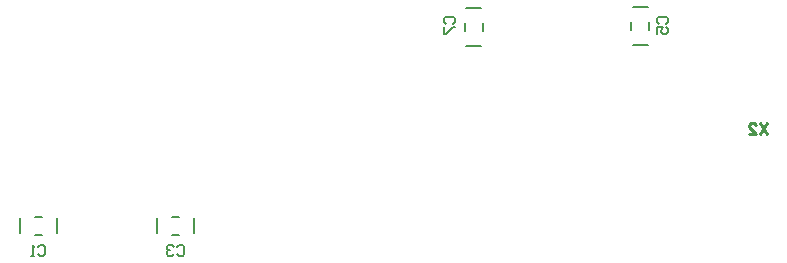
<source format=gbo>
G04*
G04 #@! TF.GenerationSoftware,Altium Limited,Altium Designer,20.1.10 (176)*
G04*
G04 Layer_Color=32896*
%FSAX42Y42*%
%MOMM*%
G71*
G04*
G04 #@! TF.SameCoordinates,FCFB62F1-B148-46F0-B019-BB0DAA43D111*
G04*
G04*
G04 #@! TF.FilePolarity,Positive*
G04*
G01*
G75*
%ADD10C,0.25*%
%ADD13C,0.20*%
%ADD14C,0.15*%
D10*
X010401Y005512D02*
X010341Y005423D01*
Y005512D02*
X010401Y005423D01*
X010251D02*
X010311D01*
X010251Y005482D01*
Y005497D01*
X010266Y005512D01*
X010296D01*
X010311Y005497D01*
D13*
X007685Y006357D02*
X007670Y006372D01*
Y006402D01*
X007685Y006417D01*
X007745D01*
X007760Y006402D01*
Y006372D01*
X007745Y006357D01*
X007670Y006328D02*
Y006268D01*
X007685D01*
X007745Y006328D01*
X007760D01*
X005409Y004467D02*
X005424Y004482D01*
X005454D01*
X005469Y004467D01*
Y004408D01*
X005454Y004393D01*
X005424D01*
X005409Y004408D01*
X005379Y004467D02*
X005364Y004482D01*
X005334D01*
X005319Y004467D01*
Y004452D01*
X005334Y004438D01*
X005349D01*
X005334D01*
X005319Y004423D01*
Y004408D01*
X005334Y004393D01*
X005364D01*
X005379Y004408D01*
X009490Y006357D02*
X009475Y006372D01*
Y006402D01*
X009490Y006417D01*
X009550D01*
X009565Y006402D01*
Y006372D01*
X009550Y006357D01*
X009475Y006268D02*
Y006328D01*
X009520D01*
X009505Y006298D01*
Y006283D01*
X009520Y006268D01*
X009550D01*
X009565Y006283D01*
Y006313D01*
X009550Y006328D01*
X004229Y004467D02*
X004244Y004482D01*
X004274D01*
X004289Y004467D01*
Y004408D01*
X004274Y004393D01*
X004244D01*
X004229Y004408D01*
X004199Y004393D02*
X004169D01*
X004184D01*
Y004482D01*
X004199Y004467D01*
D14*
X007844Y006295D02*
Y006359D01*
X007996Y006295D02*
Y006359D01*
X007857Y006486D02*
X007983D01*
X007857Y006168D02*
X007983D01*
X009254Y006303D02*
Y006367D01*
X009406Y006303D02*
Y006367D01*
X009267Y006494D02*
X009393D01*
X009267Y006176D02*
X009393D01*
X005363Y004569D02*
X005426D01*
X005363Y004721D02*
X005426D01*
X005236Y004581D02*
Y004708D01*
X005553Y004581D02*
Y004708D01*
X004202Y004569D02*
X004265D01*
X004202Y004721D02*
X004265D01*
X004075Y004581D02*
Y004708D01*
X004392Y004581D02*
Y004708D01*
M02*

</source>
